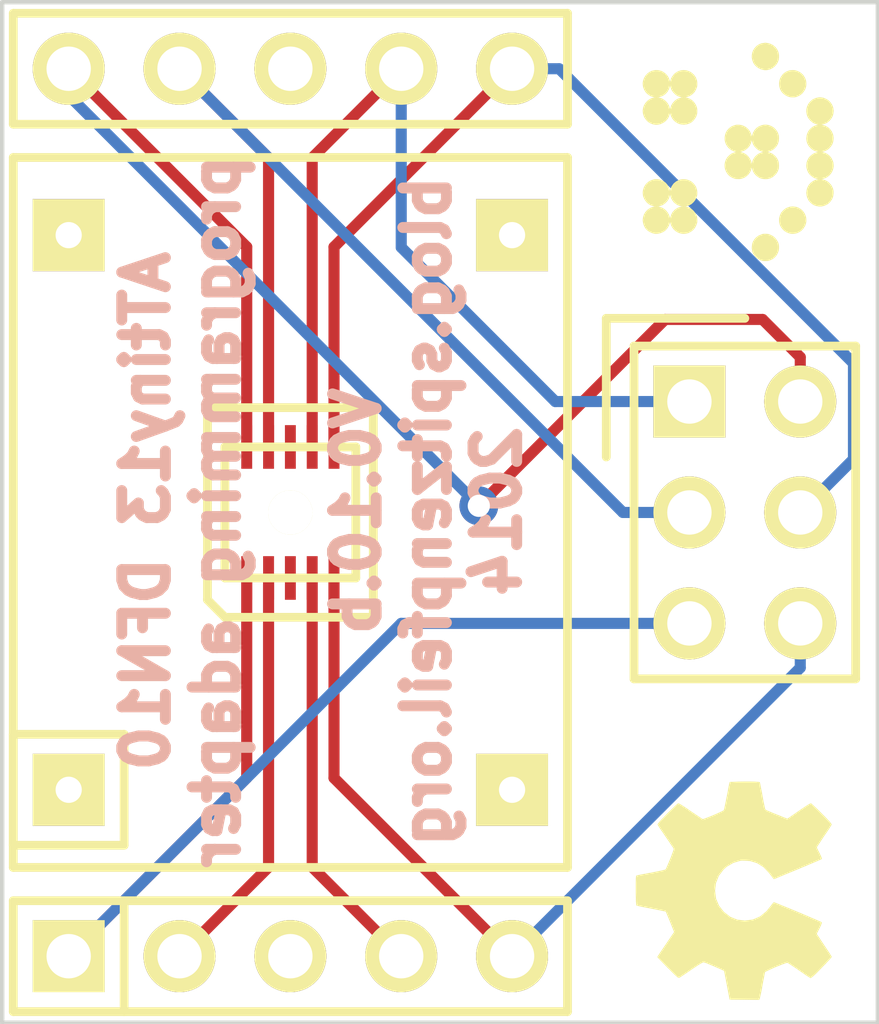
<source format=kicad_pcb>
(kicad_pcb (version 3) (host pcbnew "(2014-03-14 BZR 4750)-product")

  (general
    (links 14)
    (no_connects 0)
    (area 155.15299 87.6968 176.229581 115.3032)
    (thickness 1.6)
    (drawings 9)
    (tracks 36)
    (zones 0)
    (modules 10)
    (nets 13)
  )

  (page A4)
  (title_block
    (title "ATtiny13 DFN10 programming adapter")
    (date "17 Mar 2014")
    (rev 0.10.b)
    (company "2014 - blog.spitzenpfeil.org")
  )

  (layers
    (15 F.Cu signal)
    (0 B.Cu signal)
    (20 B.SilkS user)
    (21 F.SilkS user)
    (22 B.Mask user)
    (23 F.Mask user)
    (28 Edge.Cuts user)
  )

  (setup
    (last_trace_width 0.254)
    (trace_clearance 0.2032)
    (zone_clearance 0.508)
    (zone_45_only no)
    (trace_min 0.254)
    (segment_width 0.2)
    (edge_width 2.54)
    (via_size 0.889)
    (via_drill 0.508)
    (via_min_size 0.889)
    (via_min_drill 0.508)
    (uvia_size 0.508)
    (uvia_drill 0.127)
    (uvias_allowed no)
    (uvia_min_size 0.508)
    (uvia_min_drill 0.127)
    (pcb_text_width 0.3)
    (pcb_text_size 1.5 1.5)
    (mod_edge_width 0.2)
    (mod_text_size 1 1)
    (mod_text_width 0.15)
    (pad_size 1.65 1.65)
    (pad_drill 0.6)
    (pad_to_mask_clearance 0)
    (aux_axis_origin 0 0)
    (visible_elements FFFFFF7F)
    (pcbplotparams
      (layerselection 284196865)
      (usegerberextensions true)
      (excludeedgelayer true)
      (linewidth 0.150000)
      (plotframeref false)
      (viasonmask false)
      (mode 1)
      (useauxorigin false)
      (hpglpennumber 1)
      (hpglpenspeed 20)
      (hpglpendiameter 15)
      (hpglpenoverlay 2)
      (psnegative false)
      (psa4output false)
      (plotreference true)
      (plotvalue true)
      (plotothertext true)
      (plotinvisibletext false)
      (padsonsilk false)
      (subtractmaskfromsilk true)
      (outputformat 1)
      (mirror false)
      (drillshape 0)
      (scaleselection 1)
      (outputdirectory gerber_files/))
  )

  (net 0 "")
  (net 1 /RESET)
  (net 2 /VCC)
  (net 3 /SCK)
  (net 4 /MISO)
  (net 5 /GND)
  (net 6 /MOSI)
  (net 7 "Net-(P1-Pad2)")
  (net 8 "Net-(P1-Pad3)")
  (net 9 "Net-(P1-Pad4)")
  (net 10 "Net-(P2-Pad3)")
  (net 11 "Net-(P3-Pad3)")
  (net 12 "Net-(P3-Pad8)")

  (net_class Default "This is the default net class."
    (clearance 0.2032)
    (trace_width 0.254)
    (via_dia 0.889)
    (via_drill 0.508)
    (uvia_dia 0.508)
    (uvia_drill 0.127)
    (add_net /GND)
    (add_net /MISO)
    (add_net /MOSI)
    (add_net /RESET)
    (add_net /SCK)
    (add_net /VCC)
    (add_net "Net-(P1-Pad2)")
    (add_net "Net-(P1-Pad3)")
    (add_net "Net-(P1-Pad4)")
    (add_net "Net-(P2-Pad3)")
    (add_net "Net-(P3-Pad3)")
    (add_net "Net-(P3-Pad8)")
  )

  (module my_parts:MADW__MLF10 (layer F.Cu) (tedit 53272E13) (tstamp 53272395)
    (at 162.56 101.6 90)
    (path /5326F946)
    (attr smd)
    (fp_text reference P3 (at 0 -2.9 90) (layer F.SilkS) hide
      (effects (font (size 1 1) (thickness 0.2)))
    )
    (fp_text value DFN10 (at 0 3.3 90) (layer F.SilkS) hide
      (effects (font (size 1 1) (thickness 0.2)))
    )
    (fp_line (start -2.4 -1.5) (end -2.4 1.9) (layer F.SilkS) (width 0.2))
    (fp_line (start -2 -1.9) (end 2.4 -1.9) (layer F.SilkS) (width 0.2))
    (fp_line (start -2 -1.9) (end -2.4 -1.5) (layer F.SilkS) (width 0.2))
    (fp_line (start 2.4 1.9) (end -2.4 1.9) (layer F.SilkS) (width 0.2))
    (fp_line (start 2.4 -1.9) (end 2.4 1.9) (layer F.SilkS) (width 0.2))
    (fp_line (start -1.5 -1.5) (end 1.5 -1.5) (layer F.SilkS) (width 0.2))
    (fp_line (start 1.5 -1.5) (end 1.5 1.5) (layer F.SilkS) (width 0.2))
    (fp_line (start 1.5 1.5) (end -1.5 1.5) (layer F.SilkS) (width 0.2))
    (fp_line (start -1.5 1.5) (end -1.5 -1.5) (layer F.SilkS) (width 0.2))
    (pad 1 smd rect (at -1.5 -1 90) (size 1 0.25) (layers F.Cu F.Mask)
      (net 1 /RESET))
    (pad 2 smd rect (at -1.5 -0.5 90) (size 1 0.25) (layers F.Cu F.Mask)
      (net 7 "Net-(P1-Pad2)"))
    (pad 3 smd rect (at -1.5 0 90) (size 1 0.25) (layers F.Cu F.Mask)
      (net 11 "Net-(P3-Pad3)"))
    (pad 4 smd rect (at -1.5 0.5 90) (size 1 0.25) (layers F.Cu F.Mask)
      (net 9 "Net-(P1-Pad4)"))
    (pad 5 smd rect (at -1.5 1 90) (size 1 0.25) (layers F.Cu F.Mask)
      (net 5 /GND))
    (pad 6 smd rect (at 1.5 1 90) (size 1 0.25) (layers F.Cu F.Mask)
      (net 6 /MOSI))
    (pad 7 smd rect (at 1.5 0.5 90) (size 1 0.25) (layers F.Cu F.Mask)
      (net 4 /MISO))
    (pad 8 smd rect (at 1.5 0 90) (size 1 0.25) (layers F.Cu F.Mask)
      (net 12 "Net-(P3-Pad8)"))
    (pad 9 smd rect (at 1.5 -0.5 90) (size 1 0.25) (layers F.Cu F.Mask)
      (net 3 /SCK))
    (pad 10 smd rect (at 1.5 -1 90) (size 1 0.25) (layers F.Cu F.Mask)
      (net 2 /VCC))
    (pad "" np_thru_hole circle (at 0 0 90) (size 1.016 1.016) (drill 1.016) (layers *.Cu *.Mask F.SilkS))
  )

  (module my_parts:MADW__SIL-5 (layer F.Cu) (tedit 5327143E) (tstamp 5327237D)
    (at 162.56 91.44 180)
    (tags "CONN DEV")
    (path /5326F1E4)
    (fp_text reference P2 (at 0 -2.54 180) (layer F.SilkS) hide
      (effects (font (size 1 1) (thickness 0.2)))
    )
    (fp_text value CONN_5 (at 0 2.54 180) (layer F.SilkS) hide
      (effects (font (size 1 1) (thickness 0.2)))
    )
    (fp_line (start 6.35 1.27) (end -6.35 1.27) (layer F.SilkS) (width 0.2))
    (fp_line (start -6.35 -1.27) (end 6.35 -1.27) (layer F.SilkS) (width 0.2))
    (fp_line (start 6.35 -1.27) (end 6.35 1.27) (layer F.SilkS) (width 0.2))
    (fp_line (start -6.35 1.27) (end -6.35 -1.27) (layer F.SilkS) (width 0.2))
    (pad 1 thru_hole circle (at -5.08 0 180) (size 1.65 1.65) (drill 1.016) (layers *.Cu *.Mask F.SilkS)
      (net 6 /MOSI))
    (pad 2 thru_hole circle (at -2.54 0 180) (size 1.65 1.65) (drill 1.016) (layers *.Cu *.Mask F.SilkS)
      (net 4 /MISO))
    (pad 3 thru_hole circle (at 0 0 180) (size 1.65 1.65) (drill 1.016) (layers *.Cu *.Mask F.SilkS)
      (net 10 "Net-(P2-Pad3)"))
    (pad 4 thru_hole circle (at 2.54 0 180) (size 1.65 1.65) (drill 1.016) (layers *.Cu *.Mask F.SilkS)
      (net 3 /SCK))
    (pad 5 thru_hole circle (at 5.08 0 180) (size 1.65 1.65) (drill 1.016) (layers *.Cu *.Mask F.SilkS)
      (net 2 /VCC))
  )

  (module my_parts:MADW__SIL-1 (layer F.Cu) (tedit 53272E5D) (tstamp 53270A90)
    (at 167.64 107.95)
    (descr "Connecteurs 2 pins")
    (tags "CONN DEV")
    (fp_text reference P? (at 0 -2.032) (layer F.SilkS) hide
      (effects (font (size 1 1) (thickness 0.2)))
    )
    (fp_text value VAL** (at 0 2.286) (layer F.SilkS) hide
      (effects (font (size 1 1) (thickness 0.2)))
    )
    (pad 1 thru_hole rect (at 0 0) (size 1.65 1.65) (drill 0.6) (layers *.Cu *.Mask F.SilkS))
  )

  (module my_parts:MADW__SIL-1 (layer F.Cu) (tedit 53272E50) (tstamp 53270A36)
    (at 167.64 95.25)
    (descr "Connecteurs 2 pins")
    (tags "CONN DEV")
    (fp_text reference P? (at 0 -2.032) (layer F.SilkS) hide
      (effects (font (size 1 1) (thickness 0.2)))
    )
    (fp_text value VAL** (at 0 2.286) (layer F.SilkS) hide
      (effects (font (size 1 1) (thickness 0.2)))
    )
    (pad 1 thru_hole rect (at 0 0) (size 1.65 1.65) (drill 0.6) (layers *.Cu *.Mask F.SilkS))
  )

  (module my_parts:MADW__SIL-1 (layer F.Cu) (tedit 53272E4A) (tstamp 53270A25)
    (at 157.48 95.25)
    (descr "Connecteurs 2 pins")
    (tags "CONN DEV")
    (fp_text reference P? (at 0 -2.032) (layer F.SilkS) hide
      (effects (font (size 1 1) (thickness 0.2)))
    )
    (fp_text value VAL** (at 0 2.286) (layer F.SilkS) hide
      (effects (font (size 1 1) (thickness 0.2)))
    )
    (pad 1 thru_hole rect (at 0 0) (size 1.65 1.65) (drill 0.6) (layers *.Cu *.Mask F.SilkS))
  )

  (module my_parts:MADW__PIN_ARRAY_3x2_2.54mm (layer F.Cu) (tedit 53270720) (tstamp 5327209F)
    (at 172.974 101.6 90)
    (descr "Male 3x2 header with 2.0mm raster")
    (tags "CONN, header, male, 3x2, 2mm")
    (path /5326F3AC)
    (fp_text reference JP1 (at 0 -4.445 90) (layer F.SilkS) hide
      (effects (font (size 1 1) (thickness 0.2)))
    )
    (fp_text value AVR_ISP (at -5.08 0 180) (layer F.SilkS) hide
      (effects (font (size 1 1) (thickness 0.2)))
    )
    (fp_line (start 1.27 -3.175) (end 4.445 -3.175) (layer F.SilkS) (width 0.2))
    (fp_line (start 4.445 -3.175) (end 4.445 0) (layer F.SilkS) (width 0.2))
    (fp_line (start -3.81 -2.54) (end 3.81 -2.54) (layer F.SilkS) (width 0.2))
    (fp_line (start 3.81 -2.54) (end 3.81 2.54) (layer F.SilkS) (width 0.2))
    (fp_line (start 3.81 2.54) (end -3.81 2.54) (layer F.SilkS) (width 0.2))
    (fp_line (start -3.81 2.54) (end -3.81 -2.54) (layer F.SilkS) (width 0.2))
    (pad 1 thru_hole rect (at 2.54 -1.27 90) (size 1.651 1.651) (drill 1.016) (layers *.Cu *.Mask F.SilkS)
      (net 4 /MISO))
    (pad 2 thru_hole circle (at 2.54 1.27 90) (size 1.651 1.651) (drill 1.016) (layers *.Cu *.Mask F.SilkS)
      (net 2 /VCC))
    (pad 3 thru_hole circle (at 0 -1.27 90) (size 1.651 1.651) (drill 1.016) (layers *.Cu *.Mask F.SilkS)
      (net 3 /SCK))
    (pad 4 thru_hole circle (at 0 1.27 90) (size 1.651 1.651) (drill 1.016) (layers *.Cu *.Mask F.SilkS)
      (net 6 /MOSI))
    (pad 5 thru_hole circle (at -2.54 -1.27 90) (size 1.651 1.651) (drill 1.016) (layers *.Cu *.Mask F.SilkS)
      (net 1 /RESET))
    (pad 6 thru_hole circle (at -2.54 1.27 90) (size 1.651 1.651) (drill 1.016) (layers *.Cu *.Mask F.SilkS)
      (net 5 /GND))
  )

  (module my_parts:MADW__SIL-5 (layer F.Cu) (tedit 5326FAE0) (tstamp 5327236F)
    (at 162.56 111.76)
    (tags "CONN DEV")
    (path /5326F1F8)
    (fp_text reference P1 (at 0 -2.54) (layer F.SilkS) hide
      (effects (font (size 1 1) (thickness 0.2)))
    )
    (fp_text value CONN_5 (at 0 2.54) (layer F.SilkS) hide
      (effects (font (size 1 1) (thickness 0.2)))
    )
    (fp_line (start 6.35 1.27) (end -6.35 1.27) (layer F.SilkS) (width 0.2))
    (fp_line (start -6.35 -1.27) (end 6.35 -1.27) (layer F.SilkS) (width 0.2))
    (fp_line (start 6.35 -1.27) (end 6.35 1.27) (layer F.SilkS) (width 0.2))
    (fp_line (start -6.35 1.27) (end -6.35 -1.27) (layer F.SilkS) (width 0.2))
    (fp_line (start -3.81 1.27) (end -3.81 -1.27) (layer F.SilkS) (width 0.2))
    (pad 1 thru_hole rect (at -5.08 0) (size 1.65 1.65) (drill 1.016) (layers *.Cu *.Mask F.SilkS)
      (net 1 /RESET))
    (pad 2 thru_hole circle (at -2.54 0) (size 1.65 1.65) (drill 1.016) (layers *.Cu *.Mask F.SilkS)
      (net 7 "Net-(P1-Pad2)"))
    (pad 3 thru_hole circle (at 0 0) (size 1.65 1.65) (drill 1.016) (layers *.Cu *.Mask F.SilkS)
      (net 8 "Net-(P1-Pad3)"))
    (pad 4 thru_hole circle (at 2.54 0) (size 1.65 1.65) (drill 1.016) (layers *.Cu *.Mask F.SilkS)
      (net 9 "Net-(P1-Pad4)"))
    (pad 5 thru_hole circle (at 5.08 0) (size 1.65 1.65) (drill 1.016) (layers *.Cu *.Mask F.SilkS)
      (net 5 /GND))
  )

  (module my_parts:MADW__SIL-1 (layer F.Cu) (tedit 53272E58) (tstamp 53270A7F)
    (at 157.48 107.95)
    (descr "Connecteurs 2 pins")
    (tags "CONN DEV")
    (fp_text reference P? (at 0 -2.032) (layer F.SilkS) hide
      (effects (font (size 1 1) (thickness 0.2)))
    )
    (fp_text value VAL** (at 0 2.286) (layer F.SilkS) hide
      (effects (font (size 1 1) (thickness 0.2)))
    )
    (fp_line (start -1.27 1.27) (end 1.27 1.27) (layer F.SilkS) (width 0.2))
    (fp_line (start -1.27 -1.27) (end 1.27 -1.27) (layer F.SilkS) (width 0.2))
    (fp_line (start 1.27 -1.27) (end 1.27 1.27) (layer F.SilkS) (width 0.2))
    (fp_line (start -1.27 1.27) (end -1.27 -1.27) (layer F.SilkS) (width 0.2))
    (pad 1 thru_hole rect (at 0 0) (size 1.65 1.65) (drill 0.6) (layers *.Cu *.Mask F.SilkS))
  )

  (module oshw-logo:OSHW-logo_silkscreen_5mm (layer F.Cu) (tedit 0) (tstamp 53271A2C)
    (at 172.72 110.2614 90)
    (fp_text reference G*** (at 0 2.65176 90) (layer F.SilkS) hide
      (effects (font (size 0.22606 0.22606) (thickness 0.04318)))
    )
    (fp_text value OSHW-logo_silkscreen_5mm (at 0 -2.65176 90) (layer F.SilkS) hide
      (effects (font (size 0.22606 0.22606) (thickness 0.04318)))
    )
    (fp_poly (pts (xy -1.51384 2.24536) (xy -1.48844 2.23012) (xy -1.43002 2.19456) (xy -1.3462 2.13868)
      (xy -1.24714 2.07264) (xy -1.14808 2.0066) (xy -1.0668 1.95326) (xy -1.01092 1.91516)
      (xy -0.98552 1.90246) (xy -0.97282 1.90754) (xy -0.9271 1.9304) (xy -0.85852 1.96596)
      (xy -0.81788 1.98628) (xy -0.75692 2.01168) (xy -0.7239 2.0193) (xy -0.71882 2.00914)
      (xy -0.69596 1.96088) (xy -0.6604 1.8796) (xy -0.61468 1.77038) (xy -0.5588 1.64338)
      (xy -0.50292 1.50876) (xy -0.4445 1.36906) (xy -0.38862 1.23444) (xy -0.34036 1.11506)
      (xy -0.29972 1.01854) (xy -0.27432 0.94996) (xy -0.26416 0.92202) (xy -0.2667 0.9144)
      (xy -0.29972 0.88392) (xy -0.35306 0.84328) (xy -0.47244 0.74676) (xy -0.58928 0.60198)
      (xy -0.6604 0.43688) (xy -0.68326 0.25146) (xy -0.66294 0.08128) (xy -0.5969 -0.08128)
      (xy -0.4826 -0.2286) (xy -0.3429 -0.33782) (xy -0.18034 -0.4064) (xy 0 -0.42926)
      (xy 0.17272 -0.40894) (xy 0.34036 -0.3429) (xy 0.48768 -0.23114) (xy 0.55118 -0.16002)
      (xy 0.63754 -0.01016) (xy 0.6858 0.14732) (xy 0.69088 0.18796) (xy 0.68326 0.36322)
      (xy 0.63246 0.5334) (xy 0.53848 0.68326) (xy 0.40894 0.80772) (xy 0.3937 0.81788)
      (xy 0.33528 0.8636) (xy 0.29464 0.89408) (xy 0.26416 0.91948) (xy 0.48768 1.45796)
      (xy 0.52324 1.54178) (xy 0.5842 1.6891) (xy 0.63754 1.8161) (xy 0.68072 1.9177)
      (xy 0.7112 1.98374) (xy 0.7239 2.01168) (xy 0.7239 2.01422) (xy 0.74422 2.01676)
      (xy 0.78486 2.00152) (xy 0.86106 1.96596) (xy 0.90932 1.94056) (xy 0.96774 1.91262)
      (xy 0.99314 1.90246) (xy 1.016 1.91516) (xy 1.06934 1.95072) (xy 1.15062 2.00406)
      (xy 1.24714 2.06756) (xy 1.33858 2.13106) (xy 1.4224 2.18694) (xy 1.48336 2.22504)
      (xy 1.51384 2.24282) (xy 1.51892 2.24282) (xy 1.54432 2.22758) (xy 1.59258 2.18694)
      (xy 1.66624 2.11836) (xy 1.77038 2.01422) (xy 1.78562 1.99898) (xy 1.87198 1.91262)
      (xy 1.94056 1.83896) (xy 1.98628 1.78816) (xy 2.00406 1.7653) (xy 2.00406 1.7653)
      (xy 1.98882 1.73482) (xy 1.95072 1.67386) (xy 1.89484 1.5875) (xy 1.82626 1.48844)
      (xy 1.64846 1.22936) (xy 1.74498 0.98552) (xy 1.77546 0.90932) (xy 1.81356 0.82042)
      (xy 1.8415 0.75438) (xy 1.85674 0.72644) (xy 1.88214 0.71628) (xy 1.95072 0.70104)
      (xy 2.04724 0.68072) (xy 2.16154 0.6604) (xy 2.2733 0.64008) (xy 2.37236 0.61976)
      (xy 2.44348 0.60706) (xy 2.4765 0.59944) (xy 2.48412 0.59436) (xy 2.49174 0.57912)
      (xy 2.49428 0.5461) (xy 2.49682 0.48514) (xy 2.49936 0.39116) (xy 2.49936 0.25146)
      (xy 2.49936 0.23622) (xy 2.49682 0.10668) (xy 2.49428 0) (xy 2.49174 -0.06604)
      (xy 2.48666 -0.09398) (xy 2.48666 -0.09398) (xy 2.45618 -0.1016) (xy 2.38506 -0.11684)
      (xy 2.286 -0.13462) (xy 2.16662 -0.15748) (xy 2.159 -0.16002) (xy 2.04216 -0.18288)
      (xy 1.9431 -0.2032) (xy 1.87198 -0.21844) (xy 1.84404 -0.2286) (xy 1.83642 -0.23622)
      (xy 1.81356 -0.28194) (xy 1.78054 -0.3556) (xy 1.7399 -0.4445) (xy 1.7018 -0.53848)
      (xy 1.66878 -0.6223) (xy 1.64592 -0.68326) (xy 1.6383 -0.7112) (xy 1.64084 -0.71374)
      (xy 1.65862 -0.74168) (xy 1.69926 -0.80264) (xy 1.75514 -0.88646) (xy 1.82372 -0.98806)
      (xy 1.8288 -0.99568) (xy 1.89738 -1.09474) (xy 1.95326 -1.1811) (xy 1.98882 -1.23952)
      (xy 2.00406 -1.26746) (xy 2.00406 -1.27) (xy 1.9812 -1.30048) (xy 1.9304 -1.35636)
      (xy 1.85674 -1.43256) (xy 1.77038 -1.52146) (xy 1.74244 -1.54686) (xy 1.64338 -1.64338)
      (xy 1.57734 -1.70434) (xy 1.53416 -1.73736) (xy 1.51384 -1.74498) (xy 1.51384 -1.74498)
      (xy 1.48336 -1.7272) (xy 1.41986 -1.68656) (xy 1.33604 -1.62814) (xy 1.23444 -1.55956)
      (xy 1.22682 -1.55448) (xy 1.12776 -1.4859) (xy 1.04394 -1.43002) (xy 0.98552 -1.38938)
      (xy 0.95758 -1.37414) (xy 0.95504 -1.37414) (xy 0.9144 -1.38684) (xy 0.84328 -1.41224)
      (xy 0.75438 -1.44526) (xy 0.66294 -1.48336) (xy 0.57912 -1.51892) (xy 0.51562 -1.54686)
      (xy 0.48514 -1.56464) (xy 0.48514 -1.56464) (xy 0.47498 -1.6002) (xy 0.4572 -1.6764)
      (xy 0.43688 -1.778) (xy 0.41148 -1.89992) (xy 0.40894 -1.92024) (xy 0.38608 -2.03962)
      (xy 0.3683 -2.13868) (xy 0.35306 -2.20726) (xy 0.34544 -2.2352) (xy 0.3302 -2.23774)
      (xy 0.27178 -2.24282) (xy 0.18288 -2.24536) (xy 0.07366 -2.24536) (xy -0.0381 -2.24536)
      (xy -0.14732 -2.24282) (xy -0.2413 -2.24028) (xy -0.30988 -2.2352) (xy -0.33782 -2.23012)
      (xy -0.33782 -2.22758) (xy -0.34798 -2.18948) (xy -0.36576 -2.11582) (xy -0.38608 -2.01168)
      (xy -0.40894 -1.88976) (xy -0.41402 -1.8669) (xy -0.43688 -1.75006) (xy -0.4572 -1.651)
      (xy -0.4699 -1.58496) (xy -0.47752 -1.55702) (xy -0.49022 -1.55194) (xy -0.53848 -1.53162)
      (xy -0.61722 -1.4986) (xy -0.71628 -1.45796) (xy -0.94488 -1.36652) (xy -1.22682 -1.55702)
      (xy -1.25222 -1.5748) (xy -1.35382 -1.64338) (xy -1.4351 -1.69926) (xy -1.49352 -1.73736)
      (xy -1.51638 -1.75006) (xy -1.51892 -1.75006) (xy -1.54686 -1.72466) (xy -1.60274 -1.67132)
      (xy -1.67894 -1.59766) (xy -1.76784 -1.5113) (xy -1.83134 -1.44526) (xy -1.91008 -1.36652)
      (xy -1.95834 -1.31318) (xy -1.98628 -1.28016) (xy -1.9939 -1.25984) (xy -1.99136 -1.2446)
      (xy -1.97358 -1.21666) (xy -1.93294 -1.1557) (xy -1.87452 -1.06934) (xy -1.80594 -0.97028)
      (xy -1.75006 -0.88646) (xy -1.6891 -0.79248) (xy -1.651 -0.72644) (xy -1.63576 -0.69342)
      (xy -1.64084 -0.68072) (xy -1.65862 -0.62484) (xy -1.69418 -0.54102) (xy -1.73482 -0.44196)
      (xy -1.83388 -0.22098) (xy -1.97866 -0.19304) (xy -2.06756 -0.17526) (xy -2.18948 -0.1524)
      (xy -2.30886 -0.12954) (xy -2.49174 -0.09398) (xy -2.49936 0.58166) (xy -2.47142 0.59436)
      (xy -2.44348 0.60198) (xy -2.3749 0.61722) (xy -2.27838 0.63754) (xy -2.16154 0.65786)
      (xy -2.06502 0.67564) (xy -1.96596 0.69596) (xy -1.89484 0.70866) (xy -1.86436 0.71628)
      (xy -1.8542 0.72644) (xy -1.83134 0.7747) (xy -1.79578 0.8509) (xy -1.75514 0.94234)
      (xy -1.71704 1.03632) (xy -1.68148 1.12522) (xy -1.65862 1.19126) (xy -1.64846 1.22428)
      (xy -1.66116 1.25222) (xy -1.69926 1.31064) (xy -1.7526 1.39192) (xy -1.82118 1.49098)
      (xy -1.88722 1.5875) (xy -1.94564 1.67132) (xy -1.98374 1.73228) (xy -2.00152 1.76022)
      (xy -1.99136 1.778) (xy -1.95326 1.82626) (xy -1.8796 1.90246) (xy -1.76784 2.01168)
      (xy -1.75006 2.02946) (xy -1.6637 2.11328) (xy -1.59004 2.18186) (xy -1.5367 2.22758)
      (xy -1.51384 2.24536)) (layer F.SilkS) (width 0.00254))
  )

  (module led-smile:LED_smile_silkscreen_5mm (layer F.Cu) (tedit 0) (tstamp 53271CAE)
    (at 172.8216 93.345 90)
    (fp_text reference G*** (at 0 2.88036 90) (layer F.SilkS) hide
      (effects (font (size 0.0635 0.0635) (thickness 0.0127)))
    )
    (fp_text value LED_smile_silkscreen_5mm (at 0 -2.88036 90) (layer F.SilkS) hide
      (effects (font (size 0.0635 0.0635) (thickness 0.0127)))
    )
    (fp_poly (pts (xy 0.94234 2.18694) (xy 1.00584 2.17932) (xy 1.06426 2.159) (xy 1.08966 2.1463)
      (xy 1.143 2.1082) (xy 1.18618 2.06248) (xy 1.21666 2.00914) (xy 1.23952 1.95326)
      (xy 1.24968 1.8923) (xy 1.24714 1.83134) (xy 1.2319 1.77038) (xy 1.20396 1.70942)
      (xy 1.18618 1.68656) (xy 1.15824 1.65608) (xy 1.1303 1.63068) (xy 1.1049 1.61036)
      (xy 1.09474 1.60528) (xy 1.0414 1.57988) (xy 0.98552 1.56464) (xy 0.92202 1.5621)
      (xy 0.9017 1.56464) (xy 0.86868 1.56972) (xy 0.8382 1.57734) (xy 0.80518 1.59004)
      (xy 0.76962 1.61036) (xy 0.71882 1.651) (xy 0.67564 1.7018) (xy 0.64516 1.75768)
      (xy 0.63754 1.78562) (xy 0.62738 1.8161) (xy 0.62484 1.83896) (xy 0.62484 1.84404)
      (xy 0.62484 1.84404) (xy 0.6223 1.83134) (xy 0.6223 1.8288) (xy 0.61214 1.78816)
      (xy 0.5969 1.74752) (xy 0.57912 1.71196) (xy 0.54356 1.66624) (xy 0.4953 1.62052)
      (xy 0.43942 1.59004) (xy 0.37846 1.56972) (xy 0.31242 1.5621) (xy 0.29718 1.5621)
      (xy 0.24638 1.56718) (xy 0.20066 1.58242) (xy 0.1905 1.58496) (xy 0.13716 1.61544)
      (xy 0.09144 1.65354) (xy 0.0508 1.7018) (xy 0.02286 1.7526) (xy 0.00508 1.80848)
      (xy 0.00508 1.81102) (xy 0.00254 1.82626) (xy 0 1.83388) (xy 0 1.83388)
      (xy -0.00254 1.82372) (xy -0.00508 1.80848) (xy -0.00762 1.8034) (xy -0.0254 1.74752)
      (xy -0.05588 1.69672) (xy -0.09652 1.64846) (xy -0.13208 1.61798) (xy -0.18796 1.5875)
      (xy -0.24638 1.56718) (xy -0.31242 1.5621) (xy -0.36068 1.56464) (xy -0.42164 1.58242)
      (xy -0.48006 1.61036) (xy -0.52832 1.64846) (xy -0.56896 1.69926) (xy -0.57404 1.70688)
      (xy -0.58928 1.72974) (xy -0.59944 1.75006) (xy -0.60452 1.76276) (xy -0.61214 1.7907)
      (xy -0.61976 1.81864) (xy -0.6223 1.83896) (xy -0.6223 1.8415) (xy -0.62484 1.84404)
      (xy -0.62738 1.8288) (xy -0.63246 1.79578) (xy -0.6477 1.7526) (xy -0.66802 1.7145)
      (xy -0.70358 1.6637) (xy -0.75184 1.62052) (xy -0.80772 1.59004) (xy -0.86868 1.56972)
      (xy -0.93472 1.5621) (xy -0.99314 1.56718) (xy -1.0541 1.58496) (xy -1.10998 1.6129)
      (xy -1.16078 1.65608) (xy -1.18364 1.68402) (xy -1.20904 1.71958) (xy -1.22682 1.75768)
      (xy -1.23698 1.7907) (xy -1.24968 1.8542) (xy -1.24714 1.91516) (xy -1.2319 1.97358)
      (xy -1.20904 2.02692) (xy -1.17348 2.07772) (xy -1.1303 2.11836) (xy -1.08204 2.15138)
      (xy -1.02362 2.17424) (xy -0.96012 2.1844) (xy -0.95504 2.1844) (xy -0.89154 2.1844)
      (xy -0.83058 2.16916) (xy -0.7747 2.14122) (xy -0.75438 2.12852) (xy -0.7112 2.09042)
      (xy -0.67564 2.04724) (xy -0.65024 1.99898) (xy -0.64262 1.9812) (xy -0.635 1.9558)
      (xy -0.62738 1.92786) (xy -0.62484 1.90754) (xy -0.62484 1.89484) (xy -0.6223 1.90754)
      (xy -0.6223 1.9177) (xy -0.61468 1.94564) (xy -0.60706 1.97612) (xy -0.5969 2.00152)
      (xy -0.58166 2.032) (xy -0.54356 2.0828) (xy -0.4953 2.12598) (xy -0.43942 2.159)
      (xy -0.37846 2.17932) (xy -0.3683 2.18186) (xy -0.32512 2.18694) (xy -0.2794 2.1844)
      (xy -0.23876 2.17932) (xy -0.19812 2.16408) (xy -0.1397 2.13614) (xy -0.08636 2.09296)
      (xy -0.08382 2.08788) (xy -0.04826 2.0447) (xy -0.02032 1.99136) (xy -0.00508 1.93802)
      (xy -0.00508 1.93548) (xy 0 1.92024) (xy 0 1.91516) (xy 0 1.92024)
      (xy 0.00254 1.93294) (xy 0.00508 1.93802) (xy 0.0127 1.9685) (xy 0.02794 2.00406)
      (xy 0.04572 2.03962) (xy 0.07366 2.07772) (xy 0.11938 2.1209) (xy 0.17526 2.15646)
      (xy 0.23622 2.17678) (xy 0.24892 2.17932) (xy 0.28956 2.1844) (xy 0.33528 2.1844)
      (xy 0.37592 2.17932) (xy 0.41148 2.16916) (xy 0.4699 2.14376) (xy 0.5207 2.10566)
      (xy 0.56388 2.0574) (xy 0.5969 2.00152) (xy 0.60452 1.98374) (xy 0.61214 1.9558)
      (xy 0.61976 1.92786) (xy 0.6223 1.90754) (xy 0.6223 1.905) (xy 0.62484 1.905)
      (xy 0.62484 1.9177) (xy 0.62738 1.9177) (xy 0.635 1.95834) (xy 0.65024 1.99898)
      (xy 0.66802 2.03708) (xy 0.67818 2.04978) (xy 0.71882 2.09804) (xy 0.76708 2.13614)
      (xy 0.82042 2.16408) (xy 0.88138 2.18186) (xy 0.94234 2.18694)) (layer F.SilkS) (width 0.00254))
    (fp_poly (pts (xy -1.58242 1.5621) (xy -1.54432 1.55956) (xy -1.50622 1.55702) (xy -1.46558 1.54686)
      (xy -1.40716 1.52146) (xy -1.35382 1.48336) (xy -1.31064 1.43764) (xy -1.27762 1.38176)
      (xy -1.2573 1.32334) (xy -1.24968 1.25984) (xy -1.25222 1.19634) (xy -1.27 1.13538)
      (xy -1.29794 1.0795) (xy -1.33858 1.03124) (xy -1.38684 0.98806) (xy -1.40462 0.9779)
      (xy -1.46304 0.9525) (xy -1.52654 0.93726) (xy -1.59004 0.93726) (xy -1.65608 0.94996)
      (xy -1.70688 0.97282) (xy -1.76022 1.00838) (xy -1.80594 1.0541) (xy -1.8415 1.10998)
      (xy -1.86436 1.17094) (xy -1.87198 1.20396) (xy -1.87452 1.2446) (xy -1.87198 1.28524)
      (xy -1.8669 1.31826) (xy -1.86436 1.33096) (xy -1.83896 1.39192) (xy -1.8034 1.4478)
      (xy -1.75514 1.49352) (xy -1.69926 1.52908) (xy -1.67132 1.54178) (xy -1.63576 1.55194)
      (xy -1.60274 1.55956) (xy -1.58242 1.5621)) (layer F.SilkS) (width 0.00254))
    (fp_poly (pts (xy 1.56718 1.5621) (xy 1.63322 1.55448) (xy 1.69418 1.53162) (xy 1.7526 1.49606)
      (xy 1.7653 1.4859) (xy 1.80848 1.44018) (xy 1.8415 1.38684) (xy 1.86436 1.32588)
      (xy 1.87198 1.29286) (xy 1.87452 1.25222) (xy 1.87198 1.21412) (xy 1.8669 1.1811)
      (xy 1.86436 1.16586) (xy 1.83896 1.10236) (xy 1.8034 1.04902) (xy 1.75768 1.00584)
      (xy 1.70434 0.97028) (xy 1.64338 0.94742) (xy 1.57734 0.93726) (xy 1.55448 0.93726)
      (xy 1.49098 0.94488) (xy 1.43256 0.96266) (xy 1.37922 0.99314) (xy 1.3335 1.03378)
      (xy 1.29794 1.08204) (xy 1.27 1.13792) (xy 1.25222 1.19888) (xy 1.24968 1.26238)
      (xy 1.25222 1.30048) (xy 1.25984 1.33604) (xy 1.27508 1.3716) (xy 1.30048 1.41986)
      (xy 1.33858 1.46812) (xy 1.38938 1.50876) (xy 1.44272 1.53924) (xy 1.50368 1.55702)
      (xy 1.56718 1.5621)) (layer F.SilkS) (width 0.00254))
    (fp_poly (pts (xy -2.20472 0.93472) (xy -2.159 0.93472) (xy -2.1209 0.92964) (xy -2.07518 0.91694)
      (xy -2.0193 0.88646) (xy -1.96596 0.84328) (xy -1.93294 0.80518) (xy -1.90246 0.75184)
      (xy -1.8796 0.69088) (xy -1.87706 0.66548) (xy -1.87452 0.62992) (xy -1.87452 0.59182)
      (xy -1.8796 0.5588) (xy -1.88468 0.54102) (xy -1.91008 0.47752) (xy -1.94564 0.42418)
      (xy -1.99136 0.37846) (xy -2.04724 0.3429) (xy -2.0701 0.33274) (xy -2.11074 0.32004)
      (xy -2.15138 0.31496) (xy -2.1971 0.31242) (xy -2.22758 0.31496) (xy -2.2606 0.32004)
      (xy -2.29108 0.32766) (xy -2.32664 0.3429) (xy -2.34696 0.3556) (xy -2.39776 0.3937)
      (xy -2.44094 0.44196) (xy -2.47396 0.49784) (xy -2.49428 0.56134) (xy -2.49682 0.57658)
      (xy -2.49936 0.61468) (xy -2.49682 0.65278) (xy -2.49428 0.6858) (xy -2.4892 0.70866)
      (xy -2.4638 0.76962) (xy -2.42824 0.82296) (xy -2.38252 0.86868) (xy -2.32664 0.9017)
      (xy -2.26314 0.9271) (xy -2.24536 0.92964) (xy -2.20472 0.93472)) (layer F.SilkS) (width 0.00254))
    (fp_poly (pts (xy 0.3048 0.93472) (xy 0.36576 0.93218) (xy 0.42672 0.9144) (xy 0.45974 0.89916)
      (xy 0.51308 0.86106) (xy 0.5588 0.81534) (xy 0.59182 0.75946) (xy 0.61468 0.6985)
      (xy 0.61722 0.6858) (xy 0.62484 0.635) (xy 0.6223 0.58674) (xy 0.6096 0.5334)
      (xy 0.5842 0.47244) (xy 0.54864 0.4191) (xy 0.50038 0.37592) (xy 0.4445 0.3429)
      (xy 0.381 0.32004) (xy 0.3429 0.30988) (xy 0.36322 0.30734) (xy 0.3683 0.30734)
      (xy 0.41402 0.29464) (xy 0.45974 0.27432) (xy 0.50292 0.24638) (xy 0.51054 0.23876)
      (xy 0.55626 0.19304) (xy 0.58928 0.14224) (xy 0.61214 0.08382) (xy 0.6223 0.02286)
      (xy 0.6223 -0.0381) (xy 0.60706 -0.09906) (xy 0.58166 -0.15748) (xy 0.57912 -0.16002)
      (xy 0.54102 -0.21082) (xy 0.49276 -0.254) (xy 0.43942 -0.28448) (xy 0.38354 -0.30226)
      (xy 0.32258 -0.30988) (xy 0.26162 -0.30734) (xy 0.2032 -0.2921) (xy 0.14732 -0.26416)
      (xy 0.09652 -0.22606) (xy 0.06858 -0.19558) (xy 0.0381 -0.14986) (xy 0.01524 -0.1016)
      (xy 0.00254 -0.05588) (xy 0.00254 -0.04318) (xy 0 -0.0381) (xy 0 -0.04318)
      (xy -0.00254 -0.05588) (xy -0.01524 -0.09652) (xy -0.03302 -0.14224) (xy -0.05842 -0.18288)
      (xy -0.0762 -0.2032) (xy -0.12192 -0.24892) (xy -0.1778 -0.28194) (xy -0.23622 -0.30226)
      (xy -0.29972 -0.31242) (xy -0.36322 -0.30734) (xy -0.40386 -0.29718) (xy -0.46228 -0.27178)
      (xy -0.51562 -0.23622) (xy -0.5588 -0.1905) (xy -0.59182 -0.13462) (xy -0.61468 -0.07366)
      (xy -0.61976 -0.04318) (xy -0.6223 0.02032) (xy -0.61214 0.08382) (xy -0.58928 0.14224)
      (xy -0.55372 0.19304) (xy -0.51054 0.23876) (xy -0.45466 0.27686) (xy -0.42926 0.28702)
      (xy -0.40132 0.29718) (xy -0.37338 0.3048) (xy -0.35306 0.30988) (xy -0.35052 0.30988)
      (xy -0.35052 0.30988) (xy -0.36576 0.31496) (xy -0.39624 0.32258) (xy -0.43688 0.33782)
      (xy -0.47244 0.3556) (xy -0.49276 0.3683) (xy -0.53594 0.4064) (xy -0.5715 0.44958)
      (xy -0.59944 0.49784) (xy -0.61468 0.54864) (xy -0.6223 0.60706) (xy -0.6223 0.6604)
      (xy -0.61976 0.67056) (xy -0.60452 0.7366) (xy -0.57404 0.79248) (xy -0.53086 0.84328)
      (xy -0.4953 0.8763) (xy -0.43942 0.90932) (xy -0.37846 0.92964) (xy -0.3556 0.93218)
      (xy -0.32004 0.93472) (xy -0.28448 0.93218) (xy -0.25146 0.92964) (xy -0.22606 0.92456)
      (xy -0.20574 0.91948) (xy -0.14478 0.889) (xy -0.09398 0.84836) (xy -0.0508 0.79756)
      (xy -0.03556 0.77216) (xy -0.01778 0.72898) (xy -0.00508 0.68834) (xy -0.00508 0.6858)
      (xy 0 0.67056) (xy 0 0.66548) (xy 0 0.66548) (xy 0 0.58166)
      (xy 0 0.58166) (xy -0.00254 0.57404) (xy -0.00508 0.5588) (xy -0.00508 0.55372)
      (xy -0.0254 0.49784) (xy -0.05334 0.44704) (xy -0.09398 0.39878) (xy -0.14224 0.36068)
      (xy -0.19558 0.33274) (xy -0.19812 0.33274) (xy -0.22606 0.32258) (xy -0.25146 0.3175)
      (xy -0.2794 0.30988) (xy -0.254 0.3048) (xy -0.2159 0.29718) (xy -0.16002 0.27178)
      (xy -0.10922 0.23622) (xy -0.06604 0.19304) (xy -0.03302 0.14224) (xy -0.02032 0.1143)
      (xy -0.01016 0.08128) (xy -0.00254 0.05588) (xy -0.00254 0.04318) (xy 0 0.0381)
      (xy 0 0.04318) (xy 0.00254 0.05588) (xy 0.00762 0.07874) (xy 0.02032 0.11176)
      (xy 0.03302 0.14224) (xy 0.0508 0.17272) (xy 0.09144 0.22098) (xy 0.1397 0.26162)
      (xy 0.19558 0.28956) (xy 0.254 0.30734) (xy 0.28194 0.30988) (xy 0.254 0.3175)
      (xy 0.24892 0.3175) (xy 0.22098 0.32512) (xy 0.19558 0.33274) (xy 0.1905 0.33528)
      (xy 0.13716 0.36322) (xy 0.09144 0.40386) (xy 0.0508 0.44958) (xy 0.02286 0.50292)
      (xy 0.00508 0.5588) (xy 0.00508 0.56134) (xy 0.00254 0.57658) (xy 0 0.58166)
      (xy 0 0.66548) (xy 0 0.66548) (xy 0.00254 0.6731) (xy 0.00508 0.68834)
      (xy 0.01524 0.72898) (xy 0.04318 0.78486) (xy 0.08128 0.83566) (xy 0.127 0.8763)
      (xy 0.18288 0.90932) (xy 0.18288 0.90932) (xy 0.2413 0.9271) (xy 0.3048 0.93472)) (layer F.SilkS) (width 0.00254))
    (fp_poly (pts (xy 2.16408 0.93472) (xy 2.21488 0.93472) (xy 2.2606 0.9271) (xy 2.29108 0.91948)
      (xy 2.3495 0.89154) (xy 2.4003 0.85344) (xy 2.44094 0.80518) (xy 2.47142 0.7493)
      (xy 2.49174 0.68834) (xy 2.49936 0.62484) (xy 2.49682 0.5969) (xy 2.48666 0.5334)
      (xy 2.46126 0.47244) (xy 2.42316 0.41656) (xy 2.41046 0.4064) (xy 2.36728 0.3683)
      (xy 2.31394 0.33782) (xy 2.2606 0.32004) (xy 2.25806 0.32004) (xy 2.21234 0.31242)
      (xy 2.16154 0.31242) (xy 2.11328 0.32004) (xy 2.09804 0.32512) (xy 2.03708 0.34798)
      (xy 1.98628 0.38354) (xy 1.9431 0.42926) (xy 1.91008 0.48006) (xy 1.88722 0.53594)
      (xy 1.87452 0.5969) (xy 1.87452 0.6604) (xy 1.88976 0.7239) (xy 1.91008 0.76962)
      (xy 1.94564 0.82296) (xy 1.9939 0.86868) (xy 2.04724 0.90424) (xy 2.1082 0.9271)
      (xy 2.11582 0.9271) (xy 2.16408 0.93472)) (layer F.SilkS) (width 0.00254))
    (fp_poly (pts (xy -0.9271 -0.93726) (xy -0.86614 -0.94488) (xy -0.80518 -0.9652) (xy -0.77724 -0.98044)
      (xy -0.7493 -1.00076) (xy -0.71882 -1.02616) (xy -0.6858 -1.06172) (xy -0.65532 -1.11252)
      (xy -0.63246 -1.17348) (xy -0.62992 -1.19126) (xy -0.62484 -1.2319) (xy -0.62484 -1.27762)
      (xy -0.62992 -1.31572) (xy -0.6477 -1.36652) (xy -0.67564 -1.4224) (xy -0.71374 -1.46812)
      (xy -0.71882 -1.47574) (xy -0.7493 -1.4986) (xy -0.78232 -1.52146) (xy -0.81534 -1.5367)
      (xy -0.8255 -1.54178) (xy -0.8509 -1.5494) (xy -0.8763 -1.55702) (xy -0.89408 -1.55956)
      (xy -0.90424 -1.55956) (xy -0.89408 -1.5621) (xy -0.87884 -1.56718) (xy -0.85852 -1.57226)
      (xy -0.83566 -1.57734) (xy -0.78994 -1.6002) (xy -0.74422 -1.62814) (xy -0.70612 -1.66116)
      (xy -0.70104 -1.66878) (xy -0.66294 -1.72212) (xy -0.63754 -1.78308) (xy -0.62484 -1.84404)
      (xy -0.62484 -1.90754) (xy -0.62738 -1.92278) (xy -0.64516 -1.98628) (xy -0.6731 -2.04216)
      (xy -0.71628 -2.0955) (xy -0.75438 -2.12852) (xy -0.80772 -2.159) (xy -0.86868 -2.17932)
      (xy -0.88138 -2.18186) (xy -0.92456 -2.18694) (xy -0.96774 -2.1844) (xy -1.00838 -2.17932)
      (xy -1.04394 -2.16662) (xy -1.09982 -2.13868) (xy -1.15062 -2.10058) (xy -1.19126 -2.05486)
      (xy -1.22428 -1.99898) (xy -1.24206 -1.94056) (xy -1.2446 -1.93294) (xy -1.24714 -1.9177)
      (xy -1.25222 -1.91262) (xy -1.25222 -1.9177) (xy -1.25476 -1.93294) (xy -1.25984 -1.95834)
      (xy -1.27 -1.98628) (xy -1.28016 -2.01168) (xy -1.29032 -2.02946) (xy -1.32842 -2.0828)
      (xy -1.37668 -2.12598) (xy -1.43256 -2.159) (xy -1.49352 -2.17932) (xy -1.55956 -2.18694)
      (xy -1.61036 -2.18186) (xy -1.66878 -2.16662) (xy -1.72466 -2.14122) (xy -1.75768 -2.11836)
      (xy -1.8034 -2.07264) (xy -1.83642 -2.0193) (xy -1.86182 -1.96088) (xy -1.87452 -1.89992)
      (xy -1.87198 -1.83896) (xy -1.85928 -1.78054) (xy -1.83388 -1.71958) (xy -1.79578 -1.66624)
      (xy -1.74752 -1.62306) (xy -1.69164 -1.59004) (xy -1.62814 -1.56718) (xy -1.59258 -1.55956)
      (xy -1.6129 -1.55702) (xy -1.6256 -1.55448) (xy -1.6764 -1.53924) (xy -1.72466 -1.51384)
      (xy -1.77038 -1.48082) (xy -1.80594 -1.44272) (xy -1.8288 -1.4097) (xy -1.85166 -1.36652)
      (xy -1.86436 -1.32588) (xy -1.87198 -1.29286) (xy -1.87452 -1.25222) (xy -1.87198 -1.21412)
      (xy -1.8669 -1.1811) (xy -1.85674 -1.143) (xy -1.82626 -1.08458) (xy -1.78816 -1.03124)
      (xy -1.73736 -0.9906) (xy -1.67894 -0.96012) (xy -1.61544 -0.9398) (xy -1.59766 -0.93726)
      (xy -1.55956 -0.93726) (xy -1.51892 -0.9398) (xy -1.48336 -0.94488) (xy -1.45796 -0.9525)
      (xy -1.39954 -0.98298) (xy -1.34874 -1.02108) (xy -1.30556 -1.06934) (xy -1.27508 -1.12522)
      (xy -1.25476 -1.18618) (xy -1.25476 -1.19126) (xy -1.24968 -1.2065) (xy -1.24714 -1.20396)
      (xy -1.24714 -1.29032) (xy -1.24968 -1.29286) (xy -1.25476 -1.30556) (xy -1.25476 -1.3081)
      (xy -1.26492 -1.35128) (xy -1.28524 -1.39446) (xy -1.31064 -1.4351) (xy -1.32842 -1.45796)
      (xy -1.37922 -1.50368) (xy -1.4351 -1.53416) (xy -1.4986 -1.55448) (xy -1.52908 -1.5621)
      (xy -1.50622 -1.56464) (xy -1.48844 -1.56972) (xy -1.46812 -1.5748) (xy -1.45542 -1.57988)
      (xy -1.39954 -1.60782) (xy -1.34874 -1.64592) (xy -1.30556 -1.69418) (xy -1.27508 -1.74752)
      (xy -1.25476 -1.80848) (xy -1.25222 -1.82372) (xy -1.24968 -1.83134) (xy -1.24714 -1.82626)
      (xy -1.24206 -1.80594) (xy -1.24206 -1.80594) (xy -1.2319 -1.77292) (xy -1.21666 -1.73482)
      (xy -1.19634 -1.7018) (xy -1.1811 -1.68148) (xy -1.15316 -1.651) (xy -1.12268 -1.62306)
      (xy -1.0922 -1.60274) (xy -1.08966 -1.6002) (xy -1.0414 -1.57988) (xy -0.9906 -1.56464)
      (xy -0.97028 -1.5621) (xy -0.99314 -1.55702) (xy -1.04902 -1.54178) (xy -1.1049 -1.5113)
      (xy -1.1557 -1.4732) (xy -1.1938 -1.42494) (xy -1.20396 -1.4097) (xy -1.2192 -1.37922)
      (xy -1.2319 -1.34874) (xy -1.24206 -1.31826) (xy -1.2446 -1.29794) (xy -1.2446 -1.29794)
      (xy -1.24714 -1.29032) (xy -1.24714 -1.20396) (xy -1.24714 -1.20396) (xy -1.2446 -1.19126)
      (xy -1.23952 -1.17348) (xy -1.23444 -1.15316) (xy -1.22174 -1.12014) (xy -1.19126 -1.0668)
      (xy -1.14808 -1.02108) (xy -1.09982 -0.98298) (xy -1.04648 -0.95758) (xy -0.98806 -0.9398)
      (xy -0.9271 -0.93726)) (layer F.SilkS) (width 0.00254))
    (fp_poly (pts (xy 0.9525 -0.93726) (xy 1.01346 -0.94488) (xy 1.07188 -0.96774) (xy 1.12522 -1.00076)
      (xy 1.17094 -1.0414) (xy 1.20904 -1.09474) (xy 1.23444 -1.15316) (xy 1.23952 -1.17348)
      (xy 1.2446 -1.19126) (xy 1.2446 -1.1938) (xy 1.24714 -1.2065) (xy 1.24714 -1.2065)
      (xy 1.24714 -1.29286) (xy 1.2446 -1.30048) (xy 1.23952 -1.32334) (xy 1.22936 -1.3589)
      (xy 1.20142 -1.41478) (xy 1.16332 -1.46304) (xy 1.11506 -1.50368) (xy 1.05918 -1.5367)
      (xy 0.99822 -1.55448) (xy 0.97028 -1.5621) (xy 0.9906 -1.56464) (xy 0.99314 -1.56718)
      (xy 1.04394 -1.57988) (xy 1.0922 -1.60274) (xy 1.11252 -1.61544) (xy 1.143 -1.64084)
      (xy 1.17348 -1.67132) (xy 1.19634 -1.7018) (xy 1.21412 -1.72974) (xy 1.2319 -1.76784)
      (xy 1.24206 -1.80594) (xy 1.2446 -1.82372) (xy 1.24968 -1.83134) (xy 1.25222 -1.82626)
      (xy 1.25476 -1.80848) (xy 1.26746 -1.76784) (xy 1.2954 -1.70942) (xy 1.33604 -1.65608)
      (xy 1.3843 -1.61544) (xy 1.44272 -1.58496) (xy 1.50622 -1.56464) (xy 1.52908 -1.5621)
      (xy 1.4986 -1.55448) (xy 1.47066 -1.54686) (xy 1.4097 -1.52146) (xy 1.35636 -1.48336)
      (xy 1.31064 -1.4351) (xy 1.29794 -1.41732) (xy 1.2827 -1.38938) (xy 1.26746 -1.35636)
      (xy 1.25984 -1.3335) (xy 1.25476 -1.3081) (xy 1.25476 -1.3081) (xy 1.24968 -1.2954)
      (xy 1.24714 -1.29286) (xy 1.24714 -1.2065) (xy 1.24968 -1.20396) (xy 1.25476 -1.18872)
      (xy 1.25984 -1.16586) (xy 1.27762 -1.12014) (xy 1.30302 -1.07442) (xy 1.3208 -1.05156)
      (xy 1.36652 -1.0033) (xy 1.4224 -0.97028) (xy 1.4859 -0.94488) (xy 1.5113 -0.9398)
      (xy 1.55702 -0.93726) (xy 1.6002 -0.9398) (xy 1.6383 -0.94488) (xy 1.64338 -0.94742)
      (xy 1.70434 -0.97028) (xy 1.76022 -1.00838) (xy 1.80594 -1.0541) (xy 1.8415 -1.10998)
      (xy 1.86436 -1.17094) (xy 1.86944 -1.20142) (xy 1.87452 -1.2446) (xy 1.87198 -1.28778)
      (xy 1.86436 -1.32588) (xy 1.8542 -1.3589) (xy 1.83134 -1.40462) (xy 1.80594 -1.44272)
      (xy 1.778 -1.4732) (xy 1.7399 -1.50368) (xy 1.69926 -1.52908) (xy 1.68402 -1.5367)
      (xy 1.65608 -1.54686) (xy 1.6256 -1.55448) (xy 1.60274 -1.55956) (xy 1.60274 -1.55956)
      (xy 1.60782 -1.5621) (xy 1.62814 -1.56718) (xy 1.6637 -1.57988) (xy 1.70434 -1.59512)
      (xy 1.73736 -1.61544) (xy 1.74498 -1.62052) (xy 1.78562 -1.65608) (xy 1.82118 -1.7018)
      (xy 1.84912 -1.74752) (xy 1.85674 -1.77038) (xy 1.87198 -1.83388) (xy 1.87452 -1.89738)
      (xy 1.86182 -1.96088) (xy 1.85928 -1.97358) (xy 1.83134 -2.032) (xy 1.79324 -2.0828)
      (xy 1.74498 -2.12598) (xy 1.6891 -2.159) (xy 1.62814 -2.17932) (xy 1.61798 -2.18186)
      (xy 1.57734 -2.18694) (xy 1.52908 -2.1844) (xy 1.48844 -2.17932) (xy 1.48082 -2.17678)
      (xy 1.41732 -2.15138) (xy 1.36144 -2.11582) (xy 1.31572 -2.06756) (xy 1.28016 -2.01168)
      (xy 1.27254 -1.9939) (xy 1.26238 -1.96596) (xy 1.25476 -1.93802) (xy 1.25222 -1.9177)
      (xy 1.25222 -1.91516) (xy 1.24968 -1.91262) (xy 1.24714 -1.92024) (xy 1.24206 -1.93802)
      (xy 1.2319 -1.9812) (xy 1.20396 -2.03708) (xy 1.16586 -2.08534) (xy 1.12014 -2.12598)
      (xy 1.06426 -2.159) (xy 1.06426 -2.159) (xy 1.00584 -2.17932) (xy 0.94488 -2.18694)
      (xy 0.88138 -2.18186) (xy 0.82296 -2.16408) (xy 0.7874 -2.14884) (xy 0.73406 -2.11074)
      (xy 0.68834 -2.06502) (xy 0.65532 -2.01168) (xy 0.63246 -1.95072) (xy 0.62992 -1.93802)
      (xy 0.6223 -1.88722) (xy 0.62484 -1.83896) (xy 0.63754 -1.78054) (xy 0.66548 -1.71958)
      (xy 0.70104 -1.66878) (xy 0.7493 -1.62306) (xy 0.80518 -1.59004) (xy 0.87122 -1.56718)
      (xy 0.88392 -1.56464) (xy 0.89408 -1.55956) (xy 0.89408 -1.55956) (xy 0.8763 -1.55702)
      (xy 0.84074 -1.54686) (xy 0.8001 -1.52908) (xy 0.76454 -1.50876) (xy 0.72898 -1.48336)
      (xy 0.6858 -1.4351) (xy 0.65278 -1.37922) (xy 0.6477 -1.36906) (xy 0.62992 -1.3081)
      (xy 0.62484 -1.2446) (xy 0.63246 -1.17856) (xy 0.65278 -1.12014) (xy 0.66548 -1.08966)
      (xy 0.6858 -1.06172) (xy 0.7112 -1.03124) (xy 0.71374 -1.03124) (xy 0.76454 -0.98806)
      (xy 0.82042 -0.95758) (xy 0.88392 -0.9398) (xy 0.889 -0.9398) (xy 0.9525 -0.93726)) (layer F.SilkS) (width 0.00254))
  )

  (gr_text "ATtiny13 DFN10\nprogramming adapter\n\nV0.10.b\nblog.spitzenpfeil.org\n2014" (at 163.2712 101.5746 90) (layer B.SilkS)
    (effects (font (size 1 1) (thickness 0.25)) (justify mirror))
  )
  (gr_line (start 156.21 109.728) (end 156.21 93.472) (angle 90) (layer F.SilkS) (width 0.2))
  (gr_line (start 168.91 109.728) (end 156.21 109.728) (angle 90) (layer F.SilkS) (width 0.2))
  (gr_line (start 168.91 93.472) (end 168.91 109.728) (angle 90) (layer F.SilkS) (width 0.2))
  (gr_line (start 156.21 93.472) (end 168.91 93.472) (angle 90) (layer F.SilkS) (width 0.2))
  (gr_line (start 176.022 113.284) (end 176.022 89.916) (angle 90) (layer Edge.Cuts) (width 0.1))
  (gr_line (start 155.956 113.284) (end 155.956 89.916) (angle 90) (layer Edge.Cuts) (width 0.1))
  (gr_line (start 155.956 89.916) (end 176.022 89.916) (angle 90) (layer Edge.Cuts) (width 0.1))
  (gr_line (start 155.956 113.284) (end 176.022 113.284) (angle 90) (layer Edge.Cuts) (width 0.1))

  (segment (start 171.704 104.14) (end 165.1 104.14) (width 0.254) (layer B.Cu) (net 1))
  (segment (start 165.1 104.14) (end 157.48 111.76) (width 0.254) (layer B.Cu) (net 1) (tstamp 53270131))
  (segment (start 161.56 103.1) (end 161.56 107.68) (width 0.254) (layer F.Cu) (net 1))
  (segment (start 161.56 107.68) (end 157.48 111.76) (width 0.254) (layer F.Cu) (net 1))
  (segment (start 174.244 99.06) (end 174.244 98.044) (width 0.254) (layer F.Cu) (net 2))
  (segment (start 166.878 101.4476) (end 157.48 92.0496) (width 0.254) (layer B.Cu) (net 2) (tstamp 53270151))
  (via (at 166.878 101.4476) (size 0.889) (layers F.Cu B.Cu) (net 2))
  (segment (start 171.1452 97.1804) (end 166.878 101.4476) (width 0.254) (layer F.Cu) (net 2) (tstamp 5327014E))
  (segment (start 173.3804 97.1804) (end 171.1452 97.1804) (width 0.254) (layer F.Cu) (net 2) (tstamp 5327014D))
  (segment (start 174.244 98.044) (end 173.3804 97.1804) (width 0.254) (layer F.Cu) (net 2) (tstamp 5327014C))
  (segment (start 157.48 92.0496) (end 157.48 91.44) (width 0.254) (layer B.Cu) (net 2) (tstamp 53270152))
  (segment (start 161.56 100.1) (end 161.56 95.52) (width 0.254) (layer F.Cu) (net 2))
  (segment (start 161.56 95.52) (end 157.48 91.44) (width 0.254) (layer F.Cu) (net 2))
  (segment (start 171.704 101.6) (end 170.18 101.6) (width 0.254) (layer B.Cu) (net 3))
  (segment (start 170.18 101.6) (end 160.02 91.44) (width 0.254) (layer B.Cu) (net 3) (tstamp 53270139))
  (segment (start 162.06 100.1) (end 162.06 93.48) (width 0.254) (layer F.Cu) (net 3))
  (segment (start 162.06 93.48) (end 160.02 91.44) (width 0.254) (layer F.Cu) (net 3))
  (segment (start 171.704 99.06) (end 168.6306 99.06) (width 0.254) (layer B.Cu) (net 4))
  (segment (start 165.1 95.5294) (end 165.1 91.44) (width 0.254) (layer B.Cu) (net 4) (tstamp 53270140))
  (segment (start 168.6306 99.06) (end 165.1 95.5294) (width 0.254) (layer B.Cu) (net 4) (tstamp 5327013E))
  (segment (start 163.06 100.1) (end 163.06 93.48) (width 0.254) (layer F.Cu) (net 4))
  (segment (start 163.06 93.48) (end 165.1 91.44) (width 0.254) (layer F.Cu) (net 4))
  (segment (start 174.244 104.14) (end 174.244 105.156) (width 0.254) (layer B.Cu) (net 5))
  (segment (start 174.244 105.156) (end 167.64 111.76) (width 0.254) (layer B.Cu) (net 5) (tstamp 53270135))
  (segment (start 163.56 103.1) (end 163.56 107.68) (width 0.254) (layer F.Cu) (net 5))
  (segment (start 163.56 107.68) (end 167.64 111.76) (width 0.254) (layer F.Cu) (net 5))
  (segment (start 168.719 91.44) (end 167.64 91.44) (width 0.254) (layer B.Cu) (net 6))
  (segment (start 175.4632 98.1842) (end 168.719 91.44) (width 0.254) (layer B.Cu) (net 6))
  (segment (start 175.4632 100.3808) (end 175.4632 98.1842) (width 0.254) (layer B.Cu) (net 6))
  (segment (start 174.244 101.6) (end 175.4632 100.3808) (width 0.254) (layer B.Cu) (net 6))
  (segment (start 163.56 100.1) (end 163.56 95.52) (width 0.254) (layer F.Cu) (net 6))
  (segment (start 163.56 95.52) (end 167.64 91.44) (width 0.254) (layer F.Cu) (net 6))
  (segment (start 162.06 103.1) (end 162.06 109.72) (width 0.254) (layer F.Cu) (net 7))
  (segment (start 162.06 109.72) (end 160.02 111.76) (width 0.254) (layer F.Cu) (net 7))
  (segment (start 163.06 103.1) (end 163.06 109.72) (width 0.254) (layer F.Cu) (net 9))
  (segment (start 163.06 109.72) (end 165.1 111.76) (width 0.254) (layer F.Cu) (net 9))

  (zone (net 0) (net_name "") (layer F.Mask) (tstamp 5326FD00) (hatch full 0.508)
    (connect_pads (clearance 0.508))
    (min_thickness 0.254)
    (fill (arc_segments 16) (thermal_gap 0.508) (thermal_bridge_width 0.508))
    (polygon
      (pts
        (xy 160.274 98.806) (xy 164.846 98.806) (xy 164.846 104.394) (xy 160.274 104.394)
      )
    )
    (filled_polygon
      (pts
        (xy 164.719 104.267) (xy 160.401 104.267) (xy 160.401 98.933) (xy 164.719 98.933) (xy 164.719 104.267)
      )
    )
  )
)

</source>
